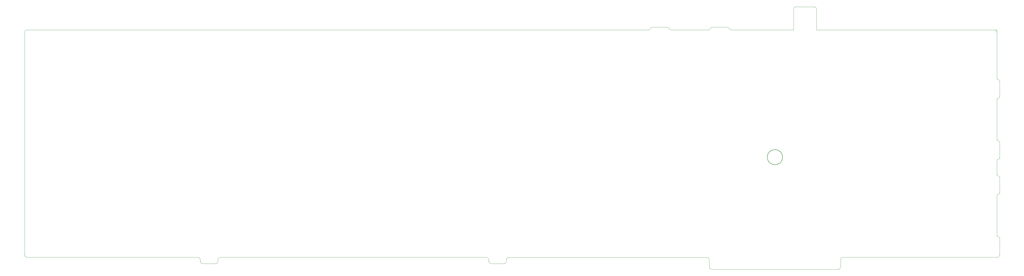
<source format=gko>
%FSLAX25Y25*%
%MOIN*%
G70*
G01*
G75*
G04 Layer_Color=16711935*
%ADD10C,0.01500*%
%ADD11C,0.03937*%
%ADD12C,0.01000*%
%ADD13C,0.01575*%
%ADD14C,0.03150*%
%ADD15C,0.01400*%
%ADD16C,0.01969*%
%ADD17R,0.04724X0.06300*%
%ADD18O,0.04724X0.06300*%
%ADD19C,0.06689*%
%ADD20O,0.09840X0.08800*%
%ADD21O,0.08661X0.09840*%
%ADD22C,0.16929*%
%ADD23C,0.09840*%
%ADD24C,0.12000*%
%ADD25C,0.15700*%
%ADD26O,0.03937X0.09449*%
%ADD27C,0.02756*%
%ADD28C,0.02362*%
%ADD29O,0.05118X0.07087*%
%ADD30R,0.05118X0.07087*%
%ADD31O,0.07087X0.05906*%
%ADD32R,0.07087X0.05906*%
%ADD33C,0.07874*%
%ADD34C,0.07087*%
%ADD35C,0.13780*%
%ADD36O,0.14000X0.13000*%
%ADD37O,0.06300X0.04724*%
%ADD38R,0.06300X0.04724*%
%ADD39C,0.08661*%
G04:AMPARAMS|DCode=40|XSize=47.24mil|YSize=63mil|CornerRadius=0mil|HoleSize=0mil|Usage=FLASHONLY|Rotation=0.000|XOffset=0mil|YOffset=0mil|HoleType=Round|Shape=Octagon|*
%AMOCTAGOND40*
4,1,8,-0.01181,0.03150,0.01181,0.03150,0.02362,0.01969,0.02362,-0.01969,0.01181,-0.03150,-0.01181,-0.03150,-0.02362,-0.01969,-0.02362,0.01969,-0.01181,0.03150,0.0*
%
%ADD40OCTAGOND40*%

%ADD41O,0.08000X0.09840*%
%ADD42O,0.08661X0.09843*%
%ADD43C,0.06693*%
%ADD44O,0.08661X0.09839*%
%ADD45C,0.15669*%
%ADD46O,0.08661X0.09840*%
%ADD47O,0.09840X0.08661*%
%ADD48C,0.15669*%
%ADD49C,0.02441*%
%ADD50C,0.03150*%
%ADD51C,0.03937*%
%ADD52R,0.04331X0.04921*%
%ADD53R,0.00984X0.05118*%
%ADD54R,0.04921X0.04331*%
%ADD55R,0.05906X0.01969*%
%ADD56O,0.05906X0.01969*%
%ADD57O,0.07874X0.01969*%
%ADD58R,0.07874X0.01969*%
%ADD59R,0.01969X0.07874*%
%ADD60R,0.04724X0.03937*%
%ADD61R,0.03543X0.03937*%
%ADD62R,0.02559X0.07874*%
%ADD63O,0.02559X0.07874*%
%ADD64R,0.05118X0.04331*%
%ADD65R,0.03937X0.03937*%
%ADD66R,0.11811X0.09843*%
%ADD67R,0.03937X0.04724*%
%ADD68R,0.03937X0.03543*%
%ADD69R,0.19685X0.15748*%
%ADD70C,0.02362*%
%ADD71C,0.02756*%
%ADD72C,0.00394*%
%ADD73R,0.05524X0.07100*%
%ADD74O,0.05524X0.07100*%
%ADD75C,0.07489*%
%ADD76O,0.10640X0.09600*%
%ADD77O,0.09461X0.10640*%
%ADD78C,0.17729*%
%ADD79C,0.10640*%
%ADD80C,0.12800*%
%ADD81C,0.16500*%
%ADD82O,0.04737X0.10249*%
%ADD83C,0.03556*%
%ADD84C,0.03162*%
%ADD85O,0.05918X0.07887*%
%ADD86R,0.05918X0.07887*%
%ADD87O,0.07887X0.06706*%
%ADD88R,0.07887X0.06706*%
%ADD89C,0.08674*%
%ADD90C,0.07887*%
%ADD91C,0.14579*%
%ADD92O,0.14800X0.13800*%
%ADD93O,0.07100X0.05524*%
%ADD94R,0.07100X0.05524*%
%ADD95C,0.09461*%
G04:AMPARAMS|DCode=96|XSize=55.24mil|YSize=71mil|CornerRadius=0mil|HoleSize=0mil|Usage=FLASHONLY|Rotation=0.000|XOffset=0mil|YOffset=0mil|HoleType=Round|Shape=Octagon|*
%AMOCTAGOND96*
4,1,8,-0.01381,0.03550,0.01381,0.03550,0.02762,0.02169,0.02762,-0.02169,0.01381,-0.03550,-0.01381,-0.03550,-0.02762,-0.02169,-0.02762,0.02169,-0.01381,0.03550,0.0*
%
%ADD96OCTAGOND96*%

%ADD97O,0.08800X0.10640*%
%ADD98O,0.09461X0.10642*%
%ADD99C,0.07493*%
%ADD100O,0.09461X0.10639*%
%ADD101C,0.16469*%
%ADD102O,0.09461X0.10640*%
%ADD103O,0.10640X0.09461*%
%ADD104C,0.16469*%
%ADD105C,0.03950*%
%ADD106C,0.04737*%
%ADD107R,0.05131X0.05721*%
%ADD108R,0.01784X0.05918*%
%ADD109R,0.05721X0.05131*%
%ADD110R,0.06706X0.02769*%
%ADD111O,0.06706X0.02769*%
%ADD112O,0.08674X0.02769*%
%ADD113R,0.08674X0.02769*%
%ADD114R,0.02769X0.08674*%
%ADD115R,0.05524X0.04737*%
%ADD116R,0.04343X0.04737*%
%ADD117R,0.03359X0.08674*%
%ADD118O,0.03359X0.08674*%
%ADD119R,0.05918X0.05131*%
%ADD120R,0.04737X0.04737*%
%ADD121R,0.12611X0.10642*%
%ADD122R,0.04737X0.05524*%
%ADD123R,0.04737X0.04343*%
%ADD124R,0.20485X0.16548*%
%ADD125C,0.00787*%
%ADD126C,0.00197*%
%ADD127C,0.01200*%
%ADD128C,0.00591*%
%ADD129C,0.00472*%
%ADD130C,0.00500*%
D72*
X41151Y476509D02*
G03*
X37249Y480484I-3937J38D01*
G01*
X9318Y480521D02*
G03*
X5343Y476619I-38J-3937D01*
G01*
X82870Y89255D02*
G03*
X78895Y85352I-38J-3937D01*
G01*
X74864Y70486D02*
G03*
X78839Y74389I38J3937D01*
G01*
X-126260Y74498D02*
G03*
X-122358Y70524I3937J-38D01*
G01*
X-126279Y85280D02*
G03*
X-130254Y89182I-3937J-35D01*
G01*
X-470400Y85236D02*
G03*
X-474302Y89211I-3937J38D01*
G01*
X-470414Y83284D02*
G03*
X-466512Y79310I3937J-38D01*
G01*
X-446694Y79344D02*
G03*
X-442792Y83319I-35J3937D01*
G01*
X-438904Y89245D02*
G03*
X-442806Y85271I35J-3937D01*
G01*
X-889173Y89245D02*
G03*
X-893075Y85271I35J-3937D01*
G01*
X-896964Y79344D02*
G03*
X-893061Y83319I-35J3937D01*
G01*
X-920683Y83284D02*
G03*
X-916781Y79310I3937J-38D01*
G01*
X-920669Y85236D02*
G03*
X-924572Y89211I-3937J38D01*
G01*
X326901Y119225D02*
G03*
X324512Y121571I-2367J-21D01*
G01*
X322614Y123917D02*
G03*
X325004Y121571I2367J21D01*
G01*
X326901Y214107D02*
G03*
X324512Y216453I-2367J-21D01*
G01*
X322614Y218799D02*
G03*
X325004Y216453I2367J21D01*
G01*
X325005Y187402D02*
G03*
X322615Y185056I-23J-2367D01*
G01*
X324513Y187402D02*
G03*
X326902Y189748I23J2367D01*
G01*
X326901Y268733D02*
G03*
X324512Y271079I-2367J-21D01*
G01*
X322614Y273425D02*
G03*
X325004Y271079I2367J21D01*
G01*
X325005Y242028D02*
G03*
X322615Y239682I-23J-2367D01*
G01*
X324513Y242028D02*
G03*
X326902Y244373I23J2367D01*
G01*
X324513Y337582D02*
G03*
X326902Y339928I23J2367D01*
G01*
X325005Y337582D02*
G03*
X322615Y335236I-23J-2367D01*
G01*
X322614Y368980D02*
G03*
X325004Y366634I2367J21D01*
G01*
X326901Y364288D02*
G03*
X324512Y366634I-2367J-21D01*
G01*
X-121981Y448649D02*
G03*
X-124327Y446259I21J-2367D01*
G01*
X-126673Y444362D02*
G03*
X-124327Y446751I-21J2367D01*
G01*
X-94913Y446622D02*
G03*
X-92567Y444232I2367J-23D01*
G01*
X-94913Y446130D02*
G03*
X-97259Y448519I-2367J23D01*
G01*
X-188960Y446259D02*
G03*
X-191306Y448649I-2367J23D01*
G01*
X-188960Y446751D02*
G03*
X-186614Y444362I2367J-23D01*
G01*
X-220358Y444362D02*
G03*
X-218012Y446752I-21J2367D01*
G01*
X-215666Y448650D02*
G03*
X-218012Y446260I21J-2367D01*
G01*
X322603Y440387D02*
G03*
X318701Y444362I-3937J38D01*
G01*
X322994Y89208D02*
G03*
X326969Y93110I38J3937D01*
G01*
X-1195001Y93160D02*
G03*
X-1191026Y89258I3937J35D01*
G01*
X-1191087Y444362D02*
G03*
X-1194989Y440387I35J-3937D01*
G01*
X41142Y444362D02*
X322615D01*
Y368980D02*
Y444362D01*
X8957Y480512D02*
X37205D01*
X5315Y444232D02*
Y476870D01*
X41142Y444362D02*
Y476575D01*
X-122267Y70496D02*
X75121D01*
X78867Y74241D02*
Y85363D01*
X82749Y89245D02*
X322994D01*
X-126251Y74480D02*
Y85110D01*
X-438976Y89173D02*
X-130315D01*
X-889173Y89245D02*
X-474302D01*
X-464862Y79331D02*
X-446694D01*
X-470400Y83169D02*
Y85335D01*
X-466562Y79331D02*
X-446694D01*
X-442806Y83204D02*
Y85369D01*
X-893075Y83204D02*
Y85369D01*
X-916831Y79331D02*
X-896964D01*
X-920669Y83169D02*
Y85335D01*
X-1191509Y89245D02*
X-924580D01*
X326969Y93110D02*
Y119225D01*
Y189386D02*
Y214107D01*
Y244012D02*
Y268733D01*
Y339567D02*
Y364288D01*
X-215764Y448622D02*
X-191306D01*
X-1191367Y444362D02*
X-220398D01*
X-1195001Y92738D02*
Y440727D01*
X-438976Y89173D02*
Y89245D01*
X322615Y123425D02*
Y185056D01*
Y218799D02*
Y239682D01*
Y273425D02*
Y336024D01*
X-92567Y444232D02*
X5315D01*
X-186614Y444362D02*
X-126673D01*
X-121981Y448622D02*
X-97259D01*
D130*
X-11881Y245618D02*
G03*
X-11881Y245618I-11811J0D01*
G01*
M02*

</source>
